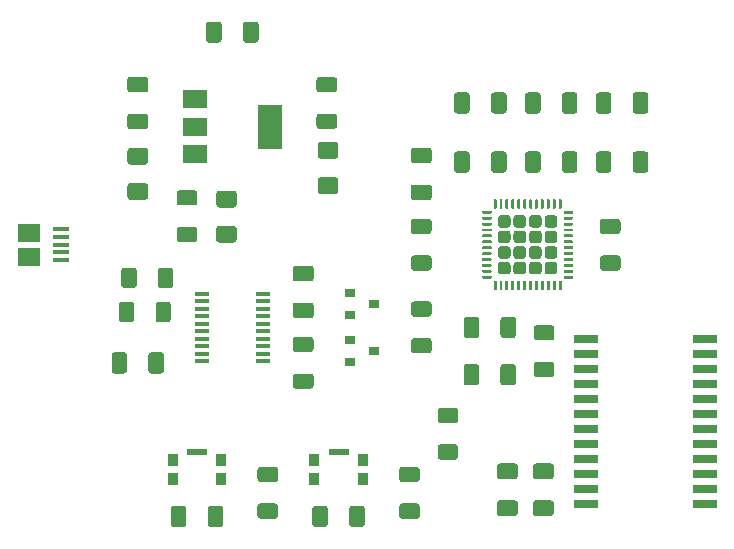
<source format=gbr>
%TF.GenerationSoftware,KiCad,Pcbnew,(5.1.9)-1*%
%TF.CreationDate,2021-03-29T12:12:37-04:00*%
%TF.ProjectId,EEG,4545472e-6b69-4636-9164-5f7063625858,rev?*%
%TF.SameCoordinates,Original*%
%TF.FileFunction,Paste,Top*%
%TF.FilePolarity,Positive*%
%FSLAX46Y46*%
G04 Gerber Fmt 4.6, Leading zero omitted, Abs format (unit mm)*
G04 Created by KiCad (PCBNEW (5.1.9)-1) date 2021-03-29 12:12:37*
%MOMM*%
%LPD*%
G01*
G04 APERTURE LIST*
%ADD10R,1.900000X1.500000*%
%ADD11R,1.350000X0.400000*%
%ADD12R,0.900000X0.800000*%
%ADD13R,1.700000X0.550000*%
%ADD14R,0.900000X1.000000*%
%ADD15R,2.000000X3.800000*%
%ADD16R,2.000000X1.500000*%
%ADD17R,1.200000X0.400000*%
%ADD18R,2.032000X0.660400*%
G04 APERTURE END LIST*
D10*
%TO.C,J1*%
X104762500Y-91000000D03*
D11*
X107462500Y-89350000D03*
X107462500Y-88700000D03*
X107462500Y-91300000D03*
X107462500Y-90650000D03*
X107462500Y-90000000D03*
D10*
X104762500Y-89000000D03*
%TD*%
%TO.C,C4*%
G36*
G01*
X116775000Y-113650001D02*
X116775000Y-112349999D01*
G75*
G02*
X117024999Y-112100000I249999J0D01*
G01*
X117850001Y-112100000D01*
G75*
G02*
X118100000Y-112349999I0J-249999D01*
G01*
X118100000Y-113650001D01*
G75*
G02*
X117850001Y-113900000I-249999J0D01*
G01*
X117024999Y-113900000D01*
G75*
G02*
X116775000Y-113650001I0J249999D01*
G01*
G37*
G36*
G01*
X119900000Y-113650001D02*
X119900000Y-112349999D01*
G75*
G02*
X120149999Y-112100000I249999J0D01*
G01*
X120975001Y-112100000D01*
G75*
G02*
X121225000Y-112349999I0J-249999D01*
G01*
X121225000Y-113650001D01*
G75*
G02*
X120975001Y-113900000I-249999J0D01*
G01*
X120149999Y-113900000D01*
G75*
G02*
X119900000Y-113650001I0J249999D01*
G01*
G37*
%TD*%
%TO.C,C7*%
G36*
G01*
X138650001Y-86225000D02*
X137349999Y-86225000D01*
G75*
G02*
X137100000Y-85975001I0J249999D01*
G01*
X137100000Y-85149999D01*
G75*
G02*
X137349999Y-84900000I249999J0D01*
G01*
X138650001Y-84900000D01*
G75*
G02*
X138900000Y-85149999I0J-249999D01*
G01*
X138900000Y-85975001D01*
G75*
G02*
X138650001Y-86225000I-249999J0D01*
G01*
G37*
G36*
G01*
X138650001Y-83100000D02*
X137349999Y-83100000D01*
G75*
G02*
X137100000Y-82850001I0J249999D01*
G01*
X137100000Y-82024999D01*
G75*
G02*
X137349999Y-81775000I249999J0D01*
G01*
X138650001Y-81775000D01*
G75*
G02*
X138900000Y-82024999I0J-249999D01*
G01*
X138900000Y-82850001D01*
G75*
G02*
X138650001Y-83100000I-249999J0D01*
G01*
G37*
%TD*%
%TO.C,C2*%
G36*
G01*
X114650001Y-77100000D02*
X113349999Y-77100000D01*
G75*
G02*
X113100000Y-76850001I0J249999D01*
G01*
X113100000Y-76024999D01*
G75*
G02*
X113349999Y-75775000I249999J0D01*
G01*
X114650001Y-75775000D01*
G75*
G02*
X114900000Y-76024999I0J-249999D01*
G01*
X114900000Y-76850001D01*
G75*
G02*
X114650001Y-77100000I-249999J0D01*
G01*
G37*
G36*
G01*
X114650001Y-80225000D02*
X113349999Y-80225000D01*
G75*
G02*
X113100000Y-79975001I0J249999D01*
G01*
X113100000Y-79149999D01*
G75*
G02*
X113349999Y-78900000I249999J0D01*
G01*
X114650001Y-78900000D01*
G75*
G02*
X114900000Y-79149999I0J-249999D01*
G01*
X114900000Y-79975001D01*
G75*
G02*
X114650001Y-80225000I-249999J0D01*
G01*
G37*
%TD*%
%TO.C,C3*%
G36*
G01*
X121100000Y-71349999D02*
X121100000Y-72650001D01*
G75*
G02*
X120850001Y-72900000I-249999J0D01*
G01*
X120024999Y-72900000D01*
G75*
G02*
X119775000Y-72650001I0J249999D01*
G01*
X119775000Y-71349999D01*
G75*
G02*
X120024999Y-71100000I249999J0D01*
G01*
X120850001Y-71100000D01*
G75*
G02*
X121100000Y-71349999I0J-249999D01*
G01*
G37*
G36*
G01*
X124225000Y-71349999D02*
X124225000Y-72650001D01*
G75*
G02*
X123975001Y-72900000I-249999J0D01*
G01*
X123149999Y-72900000D01*
G75*
G02*
X122900000Y-72650001I0J249999D01*
G01*
X122900000Y-71349999D01*
G75*
G02*
X123149999Y-71100000I249999J0D01*
G01*
X123975001Y-71100000D01*
G75*
G02*
X124225000Y-71349999I0J-249999D01*
G01*
G37*
%TD*%
%TO.C,C1*%
G36*
G01*
X114900000Y-100650001D02*
X114900000Y-99349999D01*
G75*
G02*
X115149999Y-99100000I249999J0D01*
G01*
X115975001Y-99100000D01*
G75*
G02*
X116225000Y-99349999I0J-249999D01*
G01*
X116225000Y-100650001D01*
G75*
G02*
X115975001Y-100900000I-249999J0D01*
G01*
X115149999Y-100900000D01*
G75*
G02*
X114900000Y-100650001I0J249999D01*
G01*
G37*
G36*
G01*
X111775000Y-100650001D02*
X111775000Y-99349999D01*
G75*
G02*
X112024999Y-99100000I249999J0D01*
G01*
X112850001Y-99100000D01*
G75*
G02*
X113100000Y-99349999I0J-249999D01*
G01*
X113100000Y-100650001D01*
G75*
G02*
X112850001Y-100900000I-249999J0D01*
G01*
X112024999Y-100900000D01*
G75*
G02*
X111775000Y-100650001I0J249999D01*
G01*
G37*
%TD*%
%TO.C,C5*%
G36*
G01*
X128775000Y-113650001D02*
X128775000Y-112349999D01*
G75*
G02*
X129024999Y-112100000I249999J0D01*
G01*
X129850001Y-112100000D01*
G75*
G02*
X130100000Y-112349999I0J-249999D01*
G01*
X130100000Y-113650001D01*
G75*
G02*
X129850001Y-113900000I-249999J0D01*
G01*
X129024999Y-113900000D01*
G75*
G02*
X128775000Y-113650001I0J249999D01*
G01*
G37*
G36*
G01*
X131900000Y-113650001D02*
X131900000Y-112349999D01*
G75*
G02*
X132149999Y-112100000I249999J0D01*
G01*
X132975001Y-112100000D01*
G75*
G02*
X133225000Y-112349999I0J-249999D01*
G01*
X133225000Y-113650001D01*
G75*
G02*
X132975001Y-113900000I-249999J0D01*
G01*
X132149999Y-113900000D01*
G75*
G02*
X131900000Y-113650001I0J249999D01*
G01*
G37*
%TD*%
%TO.C,C6*%
G36*
G01*
X128650001Y-93100000D02*
X127349999Y-93100000D01*
G75*
G02*
X127100000Y-92850001I0J249999D01*
G01*
X127100000Y-92024999D01*
G75*
G02*
X127349999Y-91775000I249999J0D01*
G01*
X128650001Y-91775000D01*
G75*
G02*
X128900000Y-92024999I0J-249999D01*
G01*
X128900000Y-92850001D01*
G75*
G02*
X128650001Y-93100000I-249999J0D01*
G01*
G37*
G36*
G01*
X128650001Y-96225000D02*
X127349999Y-96225000D01*
G75*
G02*
X127100000Y-95975001I0J249999D01*
G01*
X127100000Y-95149999D01*
G75*
G02*
X127349999Y-94900000I249999J0D01*
G01*
X128650001Y-94900000D01*
G75*
G02*
X128900000Y-95149999I0J-249999D01*
G01*
X128900000Y-95975001D01*
G75*
G02*
X128650001Y-96225000I-249999J0D01*
G01*
G37*
%TD*%
%TO.C,C9*%
G36*
G01*
X147685999Y-111644000D02*
X148986001Y-111644000D01*
G75*
G02*
X149236000Y-111893999I0J-249999D01*
G01*
X149236000Y-112719001D01*
G75*
G02*
X148986001Y-112969000I-249999J0D01*
G01*
X147685999Y-112969000D01*
G75*
G02*
X147436000Y-112719001I0J249999D01*
G01*
X147436000Y-111893999D01*
G75*
G02*
X147685999Y-111644000I249999J0D01*
G01*
G37*
G36*
G01*
X147685999Y-108519000D02*
X148986001Y-108519000D01*
G75*
G02*
X149236000Y-108768999I0J-249999D01*
G01*
X149236000Y-109594001D01*
G75*
G02*
X148986001Y-109844000I-249999J0D01*
G01*
X147685999Y-109844000D01*
G75*
G02*
X147436000Y-109594001I0J249999D01*
G01*
X147436000Y-108768999D01*
G75*
G02*
X147685999Y-108519000I249999J0D01*
G01*
G37*
%TD*%
%TO.C,C11*%
G36*
G01*
X146025000Y-96349999D02*
X146025000Y-97650001D01*
G75*
G02*
X145775001Y-97900000I-249999J0D01*
G01*
X144949999Y-97900000D01*
G75*
G02*
X144700000Y-97650001I0J249999D01*
G01*
X144700000Y-96349999D01*
G75*
G02*
X144949999Y-96100000I249999J0D01*
G01*
X145775001Y-96100000D01*
G75*
G02*
X146025000Y-96349999I0J-249999D01*
G01*
G37*
G36*
G01*
X142900000Y-96349999D02*
X142900000Y-97650001D01*
G75*
G02*
X142650001Y-97900000I-249999J0D01*
G01*
X141824999Y-97900000D01*
G75*
G02*
X141575000Y-97650001I0J249999D01*
G01*
X141575000Y-96349999D01*
G75*
G02*
X141824999Y-96100000I249999J0D01*
G01*
X142650001Y-96100000D01*
G75*
G02*
X142900000Y-96349999I0J-249999D01*
G01*
G37*
%TD*%
%TO.C,C14*%
G36*
G01*
X152775000Y-78650001D02*
X152775000Y-77349999D01*
G75*
G02*
X153024999Y-77100000I249999J0D01*
G01*
X153850001Y-77100000D01*
G75*
G02*
X154100000Y-77349999I0J-249999D01*
G01*
X154100000Y-78650001D01*
G75*
G02*
X153850001Y-78900000I-249999J0D01*
G01*
X153024999Y-78900000D01*
G75*
G02*
X152775000Y-78650001I0J249999D01*
G01*
G37*
G36*
G01*
X155900000Y-78650001D02*
X155900000Y-77349999D01*
G75*
G02*
X156149999Y-77100000I249999J0D01*
G01*
X156975001Y-77100000D01*
G75*
G02*
X157225000Y-77349999I0J-249999D01*
G01*
X157225000Y-78650001D01*
G75*
G02*
X156975001Y-78900000I-249999J0D01*
G01*
X156149999Y-78900000D01*
G75*
G02*
X155900000Y-78650001I0J249999D01*
G01*
G37*
%TD*%
%TO.C,C15*%
G36*
G01*
X149900000Y-78650001D02*
X149900000Y-77349999D01*
G75*
G02*
X150149999Y-77100000I249999J0D01*
G01*
X150975001Y-77100000D01*
G75*
G02*
X151225000Y-77349999I0J-249999D01*
G01*
X151225000Y-78650001D01*
G75*
G02*
X150975001Y-78900000I-249999J0D01*
G01*
X150149999Y-78900000D01*
G75*
G02*
X149900000Y-78650001I0J249999D01*
G01*
G37*
G36*
G01*
X146775000Y-78650001D02*
X146775000Y-77349999D01*
G75*
G02*
X147024999Y-77100000I249999J0D01*
G01*
X147850001Y-77100000D01*
G75*
G02*
X148100000Y-77349999I0J-249999D01*
G01*
X148100000Y-78650001D01*
G75*
G02*
X147850001Y-78900000I-249999J0D01*
G01*
X147024999Y-78900000D01*
G75*
G02*
X146775000Y-78650001I0J249999D01*
G01*
G37*
%TD*%
%TO.C,C16*%
G36*
G01*
X140775000Y-78650001D02*
X140775000Y-77349999D01*
G75*
G02*
X141024999Y-77100000I249999J0D01*
G01*
X141850001Y-77100000D01*
G75*
G02*
X142100000Y-77349999I0J-249999D01*
G01*
X142100000Y-78650001D01*
G75*
G02*
X141850001Y-78900000I-249999J0D01*
G01*
X141024999Y-78900000D01*
G75*
G02*
X140775000Y-78650001I0J249999D01*
G01*
G37*
G36*
G01*
X143900000Y-78650001D02*
X143900000Y-77349999D01*
G75*
G02*
X144149999Y-77100000I249999J0D01*
G01*
X144975001Y-77100000D01*
G75*
G02*
X145225000Y-77349999I0J-249999D01*
G01*
X145225000Y-78650001D01*
G75*
G02*
X144975001Y-78900000I-249999J0D01*
G01*
X144149999Y-78900000D01*
G75*
G02*
X143900000Y-78650001I0J249999D01*
G01*
G37*
%TD*%
%TO.C,C13*%
G36*
G01*
X146775000Y-83650001D02*
X146775000Y-82349999D01*
G75*
G02*
X147024999Y-82100000I249999J0D01*
G01*
X147850001Y-82100000D01*
G75*
G02*
X148100000Y-82349999I0J-249999D01*
G01*
X148100000Y-83650001D01*
G75*
G02*
X147850001Y-83900000I-249999J0D01*
G01*
X147024999Y-83900000D01*
G75*
G02*
X146775000Y-83650001I0J249999D01*
G01*
G37*
G36*
G01*
X149900000Y-83650001D02*
X149900000Y-82349999D01*
G75*
G02*
X150149999Y-82100000I249999J0D01*
G01*
X150975001Y-82100000D01*
G75*
G02*
X151225000Y-82349999I0J-249999D01*
G01*
X151225000Y-83650001D01*
G75*
G02*
X150975001Y-83900000I-249999J0D01*
G01*
X150149999Y-83900000D01*
G75*
G02*
X149900000Y-83650001I0J249999D01*
G01*
G37*
%TD*%
%TO.C,C17*%
G36*
G01*
X142900000Y-100349999D02*
X142900000Y-101650001D01*
G75*
G02*
X142650001Y-101900000I-249999J0D01*
G01*
X141824999Y-101900000D01*
G75*
G02*
X141575000Y-101650001I0J249999D01*
G01*
X141575000Y-100349999D01*
G75*
G02*
X141824999Y-100100000I249999J0D01*
G01*
X142650001Y-100100000D01*
G75*
G02*
X142900000Y-100349999I0J-249999D01*
G01*
G37*
G36*
G01*
X146025000Y-100349999D02*
X146025000Y-101650001D01*
G75*
G02*
X145775001Y-101900000I-249999J0D01*
G01*
X144949999Y-101900000D01*
G75*
G02*
X144700000Y-101650001I0J249999D01*
G01*
X144700000Y-100349999D01*
G75*
G02*
X144949999Y-100100000I249999J0D01*
G01*
X145775001Y-100100000D01*
G75*
G02*
X146025000Y-100349999I0J-249999D01*
G01*
G37*
%TD*%
%TO.C,C12*%
G36*
G01*
X155900000Y-83650001D02*
X155900000Y-82349999D01*
G75*
G02*
X156149999Y-82100000I249999J0D01*
G01*
X156975001Y-82100000D01*
G75*
G02*
X157225000Y-82349999I0J-249999D01*
G01*
X157225000Y-83650001D01*
G75*
G02*
X156975001Y-83900000I-249999J0D01*
G01*
X156149999Y-83900000D01*
G75*
G02*
X155900000Y-83650001I0J249999D01*
G01*
G37*
G36*
G01*
X152775000Y-83650001D02*
X152775000Y-82349999D01*
G75*
G02*
X153024999Y-82100000I249999J0D01*
G01*
X153850001Y-82100000D01*
G75*
G02*
X154100000Y-82349999I0J-249999D01*
G01*
X154100000Y-83650001D01*
G75*
G02*
X153850001Y-83900000I-249999J0D01*
G01*
X153024999Y-83900000D01*
G75*
G02*
X152775000Y-83650001I0J249999D01*
G01*
G37*
%TD*%
%TO.C,D1*%
G36*
G01*
X113375000Y-81800000D02*
X114625000Y-81800000D01*
G75*
G02*
X114875000Y-82050000I0J-250000D01*
G01*
X114875000Y-82975000D01*
G75*
G02*
X114625000Y-83225000I-250000J0D01*
G01*
X113375000Y-83225000D01*
G75*
G02*
X113125000Y-82975000I0J250000D01*
G01*
X113125000Y-82050000D01*
G75*
G02*
X113375000Y-81800000I250000J0D01*
G01*
G37*
G36*
G01*
X113375000Y-84775000D02*
X114625000Y-84775000D01*
G75*
G02*
X114875000Y-85025000I0J-250000D01*
G01*
X114875000Y-85950000D01*
G75*
G02*
X114625000Y-86200000I-250000J0D01*
G01*
X113375000Y-86200000D01*
G75*
G02*
X113125000Y-85950000I0J250000D01*
G01*
X113125000Y-85025000D01*
G75*
G02*
X113375000Y-84775000I250000J0D01*
G01*
G37*
%TD*%
%TO.C,Power*%
G36*
G01*
X129475000Y-81300000D02*
X130725000Y-81300000D01*
G75*
G02*
X130975000Y-81550000I0J-250000D01*
G01*
X130975000Y-82475000D01*
G75*
G02*
X130725000Y-82725000I-250000J0D01*
G01*
X129475000Y-82725000D01*
G75*
G02*
X129225000Y-82475000I0J250000D01*
G01*
X129225000Y-81550000D01*
G75*
G02*
X129475000Y-81300000I250000J0D01*
G01*
G37*
G36*
G01*
X129475000Y-84275000D02*
X130725000Y-84275000D01*
G75*
G02*
X130975000Y-84525000I0J-250000D01*
G01*
X130975000Y-85450000D01*
G75*
G02*
X130725000Y-85700000I-250000J0D01*
G01*
X129475000Y-85700000D01*
G75*
G02*
X129225000Y-85450000I0J250000D01*
G01*
X129225000Y-84525000D01*
G75*
G02*
X129475000Y-84275000I250000J0D01*
G01*
G37*
%TD*%
%TO.C,C10*%
G36*
G01*
X140775000Y-83650001D02*
X140775000Y-82349999D01*
G75*
G02*
X141024999Y-82100000I249999J0D01*
G01*
X141850001Y-82100000D01*
G75*
G02*
X142100000Y-82349999I0J-249999D01*
G01*
X142100000Y-83650001D01*
G75*
G02*
X141850001Y-83900000I-249999J0D01*
G01*
X141024999Y-83900000D01*
G75*
G02*
X140775000Y-83650001I0J249999D01*
G01*
G37*
G36*
G01*
X143900000Y-83650001D02*
X143900000Y-82349999D01*
G75*
G02*
X144149999Y-82100000I249999J0D01*
G01*
X144975001Y-82100000D01*
G75*
G02*
X145225000Y-82349999I0J-249999D01*
G01*
X145225000Y-83650001D01*
G75*
G02*
X144975001Y-83900000I-249999J0D01*
G01*
X144149999Y-83900000D01*
G75*
G02*
X143900000Y-83650001I0J249999D01*
G01*
G37*
%TD*%
%TO.C,C8*%
G36*
G01*
X144637999Y-108519000D02*
X145938001Y-108519000D01*
G75*
G02*
X146188000Y-108768999I0J-249999D01*
G01*
X146188000Y-109594001D01*
G75*
G02*
X145938001Y-109844000I-249999J0D01*
G01*
X144637999Y-109844000D01*
G75*
G02*
X144388000Y-109594001I0J249999D01*
G01*
X144388000Y-108768999D01*
G75*
G02*
X144637999Y-108519000I249999J0D01*
G01*
G37*
G36*
G01*
X144637999Y-111644000D02*
X145938001Y-111644000D01*
G75*
G02*
X146188000Y-111893999I0J-249999D01*
G01*
X146188000Y-112719001D01*
G75*
G02*
X145938001Y-112969000I-249999J0D01*
G01*
X144637999Y-112969000D01*
G75*
G02*
X144388000Y-112719001I0J249999D01*
G01*
X144388000Y-111893999D01*
G75*
G02*
X144637999Y-111644000I249999J0D01*
G01*
G37*
%TD*%
%TO.C,R2*%
G36*
G01*
X136375000Y-108800000D02*
X137625000Y-108800000D01*
G75*
G02*
X137875000Y-109050000I0J-250000D01*
G01*
X137875000Y-109850000D01*
G75*
G02*
X137625000Y-110100000I-250000J0D01*
G01*
X136375000Y-110100000D01*
G75*
G02*
X136125000Y-109850000I0J250000D01*
G01*
X136125000Y-109050000D01*
G75*
G02*
X136375000Y-108800000I250000J0D01*
G01*
G37*
G36*
G01*
X136375000Y-111900000D02*
X137625000Y-111900000D01*
G75*
G02*
X137875000Y-112150000I0J-250000D01*
G01*
X137875000Y-112950000D01*
G75*
G02*
X137625000Y-113200000I-250000J0D01*
G01*
X136375000Y-113200000D01*
G75*
G02*
X136125000Y-112950000I0J250000D01*
G01*
X136125000Y-112150000D01*
G75*
G02*
X136375000Y-111900000I250000J0D01*
G01*
G37*
%TD*%
%TO.C,R5*%
G36*
G01*
X113900000Y-92175000D02*
X113900000Y-93425000D01*
G75*
G02*
X113650000Y-93675000I-250000J0D01*
G01*
X112850000Y-93675000D01*
G75*
G02*
X112600000Y-93425000I0J250000D01*
G01*
X112600000Y-92175000D01*
G75*
G02*
X112850000Y-91925000I250000J0D01*
G01*
X113650000Y-91925000D01*
G75*
G02*
X113900000Y-92175000I0J-250000D01*
G01*
G37*
G36*
G01*
X117000000Y-92175000D02*
X117000000Y-93425000D01*
G75*
G02*
X116750000Y-93675000I-250000J0D01*
G01*
X115950000Y-93675000D01*
G75*
G02*
X115700000Y-93425000I0J250000D01*
G01*
X115700000Y-92175000D01*
G75*
G02*
X115950000Y-91925000I250000J0D01*
G01*
X116750000Y-91925000D01*
G75*
G02*
X117000000Y-92175000I0J-250000D01*
G01*
G37*
%TD*%
D12*
%TO.C,Q2*%
X134000000Y-95000000D03*
X132000000Y-95950000D03*
X132000000Y-94050000D03*
%TD*%
D13*
%TO.C,SW2*%
X131000000Y-107575000D03*
D14*
X128950000Y-108200000D03*
X128950000Y-109800000D03*
X133050000Y-108200000D03*
X133050000Y-109800000D03*
%TD*%
%TO.C,R7*%
G36*
G01*
X127375000Y-97800000D02*
X128625000Y-97800000D01*
G75*
G02*
X128875000Y-98050000I0J-250000D01*
G01*
X128875000Y-98850000D01*
G75*
G02*
X128625000Y-99100000I-250000J0D01*
G01*
X127375000Y-99100000D01*
G75*
G02*
X127125000Y-98850000I0J250000D01*
G01*
X127125000Y-98050000D01*
G75*
G02*
X127375000Y-97800000I250000J0D01*
G01*
G37*
G36*
G01*
X127375000Y-100900000D02*
X128625000Y-100900000D01*
G75*
G02*
X128875000Y-101150000I0J-250000D01*
G01*
X128875000Y-101950000D01*
G75*
G02*
X128625000Y-102200000I-250000J0D01*
G01*
X127375000Y-102200000D01*
G75*
G02*
X127125000Y-101950000I0J250000D01*
G01*
X127125000Y-101150000D01*
G75*
G02*
X127375000Y-100900000I250000J0D01*
G01*
G37*
%TD*%
%TO.C,R8*%
G36*
G01*
X137375000Y-87800000D02*
X138625000Y-87800000D01*
G75*
G02*
X138875000Y-88050000I0J-250000D01*
G01*
X138875000Y-88850000D01*
G75*
G02*
X138625000Y-89100000I-250000J0D01*
G01*
X137375000Y-89100000D01*
G75*
G02*
X137125000Y-88850000I0J250000D01*
G01*
X137125000Y-88050000D01*
G75*
G02*
X137375000Y-87800000I250000J0D01*
G01*
G37*
G36*
G01*
X137375000Y-90900000D02*
X138625000Y-90900000D01*
G75*
G02*
X138875000Y-91150000I0J-250000D01*
G01*
X138875000Y-91950000D01*
G75*
G02*
X138625000Y-92200000I-250000J0D01*
G01*
X137375000Y-92200000D01*
G75*
G02*
X137125000Y-91950000I0J250000D01*
G01*
X137125000Y-91150000D01*
G75*
G02*
X137375000Y-90900000I250000J0D01*
G01*
G37*
%TD*%
%TO.C,R9*%
G36*
G01*
X147775000Y-99900000D02*
X149025000Y-99900000D01*
G75*
G02*
X149275000Y-100150000I0J-250000D01*
G01*
X149275000Y-100950000D01*
G75*
G02*
X149025000Y-101200000I-250000J0D01*
G01*
X147775000Y-101200000D01*
G75*
G02*
X147525000Y-100950000I0J250000D01*
G01*
X147525000Y-100150000D01*
G75*
G02*
X147775000Y-99900000I250000J0D01*
G01*
G37*
G36*
G01*
X147775000Y-96800000D02*
X149025000Y-96800000D01*
G75*
G02*
X149275000Y-97050000I0J-250000D01*
G01*
X149275000Y-97850000D01*
G75*
G02*
X149025000Y-98100000I-250000J0D01*
G01*
X147775000Y-98100000D01*
G75*
G02*
X147525000Y-97850000I0J250000D01*
G01*
X147525000Y-97050000D01*
G75*
G02*
X147775000Y-96800000I250000J0D01*
G01*
G37*
%TD*%
%TO.C,R11*%
G36*
G01*
X153375000Y-87800000D02*
X154625000Y-87800000D01*
G75*
G02*
X154875000Y-88050000I0J-250000D01*
G01*
X154875000Y-88850000D01*
G75*
G02*
X154625000Y-89100000I-250000J0D01*
G01*
X153375000Y-89100000D01*
G75*
G02*
X153125000Y-88850000I0J250000D01*
G01*
X153125000Y-88050000D01*
G75*
G02*
X153375000Y-87800000I250000J0D01*
G01*
G37*
G36*
G01*
X153375000Y-90900000D02*
X154625000Y-90900000D01*
G75*
G02*
X154875000Y-91150000I0J-250000D01*
G01*
X154875000Y-91950000D01*
G75*
G02*
X154625000Y-92200000I-250000J0D01*
G01*
X153375000Y-92200000D01*
G75*
G02*
X153125000Y-91950000I0J250000D01*
G01*
X153125000Y-91150000D01*
G75*
G02*
X153375000Y-90900000I250000J0D01*
G01*
G37*
%TD*%
%TO.C,R6*%
G36*
G01*
X116800000Y-95075000D02*
X116800000Y-96325000D01*
G75*
G02*
X116550000Y-96575000I-250000J0D01*
G01*
X115750000Y-96575000D01*
G75*
G02*
X115500000Y-96325000I0J250000D01*
G01*
X115500000Y-95075000D01*
G75*
G02*
X115750000Y-94825000I250000J0D01*
G01*
X116550000Y-94825000D01*
G75*
G02*
X116800000Y-95075000I0J-250000D01*
G01*
G37*
G36*
G01*
X113700000Y-95075000D02*
X113700000Y-96325000D01*
G75*
G02*
X113450000Y-96575000I-250000J0D01*
G01*
X112650000Y-96575000D01*
G75*
G02*
X112400000Y-96325000I0J250000D01*
G01*
X112400000Y-95075000D01*
G75*
G02*
X112650000Y-94825000I250000J0D01*
G01*
X113450000Y-94825000D01*
G75*
G02*
X113700000Y-95075000I0J-250000D01*
G01*
G37*
%TD*%
%TO.C,R10*%
G36*
G01*
X139625000Y-103800000D02*
X140875000Y-103800000D01*
G75*
G02*
X141125000Y-104050000I0J-250000D01*
G01*
X141125000Y-104850000D01*
G75*
G02*
X140875000Y-105100000I-250000J0D01*
G01*
X139625000Y-105100000D01*
G75*
G02*
X139375000Y-104850000I0J250000D01*
G01*
X139375000Y-104050000D01*
G75*
G02*
X139625000Y-103800000I250000J0D01*
G01*
G37*
G36*
G01*
X139625000Y-106900000D02*
X140875000Y-106900000D01*
G75*
G02*
X141125000Y-107150000I0J-250000D01*
G01*
X141125000Y-107950000D01*
G75*
G02*
X140875000Y-108200000I-250000J0D01*
G01*
X139625000Y-108200000D01*
G75*
G02*
X139375000Y-107950000I0J250000D01*
G01*
X139375000Y-107150000D01*
G75*
G02*
X139625000Y-106900000I250000J0D01*
G01*
G37*
%TD*%
%TO.C,R1*%
G36*
G01*
X124375000Y-111900000D02*
X125625000Y-111900000D01*
G75*
G02*
X125875000Y-112150000I0J-250000D01*
G01*
X125875000Y-112950000D01*
G75*
G02*
X125625000Y-113200000I-250000J0D01*
G01*
X124375000Y-113200000D01*
G75*
G02*
X124125000Y-112950000I0J250000D01*
G01*
X124125000Y-112150000D01*
G75*
G02*
X124375000Y-111900000I250000J0D01*
G01*
G37*
G36*
G01*
X124375000Y-108800000D02*
X125625000Y-108800000D01*
G75*
G02*
X125875000Y-109050000I0J-250000D01*
G01*
X125875000Y-109850000D01*
G75*
G02*
X125625000Y-110100000I-250000J0D01*
G01*
X124375000Y-110100000D01*
G75*
G02*
X124125000Y-109850000I0J250000D01*
G01*
X124125000Y-109050000D01*
G75*
G02*
X124375000Y-108800000I250000J0D01*
G01*
G37*
%TD*%
%TO.C,R3*%
G36*
G01*
X138625000Y-96100000D02*
X137375000Y-96100000D01*
G75*
G02*
X137125000Y-95850000I0J250000D01*
G01*
X137125000Y-95050000D01*
G75*
G02*
X137375000Y-94800000I250000J0D01*
G01*
X138625000Y-94800000D01*
G75*
G02*
X138875000Y-95050000I0J-250000D01*
G01*
X138875000Y-95850000D01*
G75*
G02*
X138625000Y-96100000I-250000J0D01*
G01*
G37*
G36*
G01*
X138625000Y-99200000D02*
X137375000Y-99200000D01*
G75*
G02*
X137125000Y-98950000I0J250000D01*
G01*
X137125000Y-98150000D01*
G75*
G02*
X137375000Y-97900000I250000J0D01*
G01*
X138625000Y-97900000D01*
G75*
G02*
X138875000Y-98150000I0J-250000D01*
G01*
X138875000Y-98950000D01*
G75*
G02*
X138625000Y-99200000I-250000J0D01*
G01*
G37*
%TD*%
%TO.C,R4*%
G36*
G01*
X130625000Y-77100000D02*
X129375000Y-77100000D01*
G75*
G02*
X129125000Y-76850000I0J250000D01*
G01*
X129125000Y-76050000D01*
G75*
G02*
X129375000Y-75800000I250000J0D01*
G01*
X130625000Y-75800000D01*
G75*
G02*
X130875000Y-76050000I0J-250000D01*
G01*
X130875000Y-76850000D01*
G75*
G02*
X130625000Y-77100000I-250000J0D01*
G01*
G37*
G36*
G01*
X130625000Y-80200000D02*
X129375000Y-80200000D01*
G75*
G02*
X129125000Y-79950000I0J250000D01*
G01*
X129125000Y-79150000D01*
G75*
G02*
X129375000Y-78900000I250000J0D01*
G01*
X130625000Y-78900000D01*
G75*
G02*
X130875000Y-79150000I0J-250000D01*
G01*
X130875000Y-79950000D01*
G75*
G02*
X130625000Y-80200000I-250000J0D01*
G01*
G37*
%TD*%
%TO.C,SW1*%
X121050000Y-109800000D03*
X121050000Y-108200000D03*
X116950000Y-109800000D03*
X116950000Y-108200000D03*
D13*
X119000000Y-107575000D03*
%TD*%
D15*
%TO.C,U1*%
X125150000Y-80000000D03*
D16*
X118850000Y-80000000D03*
X118850000Y-82300000D03*
X118850000Y-77700000D03*
%TD*%
D17*
%TO.C,U2*%
X124600000Y-99857500D03*
X124600000Y-99222500D03*
X124600000Y-98587500D03*
X124600000Y-97952500D03*
X124600000Y-97317500D03*
X124600000Y-96682500D03*
X124600000Y-96047500D03*
X124600000Y-95412500D03*
X124600000Y-94777500D03*
X124600000Y-94142500D03*
X119400000Y-94142500D03*
X119400000Y-94777500D03*
X119400000Y-95412500D03*
X119400000Y-96047500D03*
X119400000Y-96682500D03*
X119400000Y-97317500D03*
X119400000Y-97952500D03*
X119400000Y-98587500D03*
X119400000Y-99222500D03*
X119400000Y-99857500D03*
%TD*%
D12*
%TO.C,Q1*%
X132000000Y-98050000D03*
X132000000Y-99950000D03*
X134000000Y-99000000D03*
%TD*%
%TO.C,U3*%
G36*
G01*
X143150000Y-87312500D02*
X143150000Y-87187500D01*
G75*
G02*
X143212500Y-87125000I62500J0D01*
G01*
X143887500Y-87125000D01*
G75*
G02*
X143950000Y-87187500I0J-62500D01*
G01*
X143950000Y-87312500D01*
G75*
G02*
X143887500Y-87375000I-62500J0D01*
G01*
X143212500Y-87375000D01*
G75*
G02*
X143150000Y-87312500I0J62500D01*
G01*
G37*
G36*
G01*
X143150000Y-87812500D02*
X143150000Y-87687500D01*
G75*
G02*
X143212500Y-87625000I62500J0D01*
G01*
X143887500Y-87625000D01*
G75*
G02*
X143950000Y-87687500I0J-62500D01*
G01*
X143950000Y-87812500D01*
G75*
G02*
X143887500Y-87875000I-62500J0D01*
G01*
X143212500Y-87875000D01*
G75*
G02*
X143150000Y-87812500I0J62500D01*
G01*
G37*
G36*
G01*
X143150000Y-88312500D02*
X143150000Y-88187500D01*
G75*
G02*
X143212500Y-88125000I62500J0D01*
G01*
X143887500Y-88125000D01*
G75*
G02*
X143950000Y-88187500I0J-62500D01*
G01*
X143950000Y-88312500D01*
G75*
G02*
X143887500Y-88375000I-62500J0D01*
G01*
X143212500Y-88375000D01*
G75*
G02*
X143150000Y-88312500I0J62500D01*
G01*
G37*
G36*
G01*
X143150000Y-88812500D02*
X143150000Y-88687500D01*
G75*
G02*
X143212500Y-88625000I62500J0D01*
G01*
X143887500Y-88625000D01*
G75*
G02*
X143950000Y-88687500I0J-62500D01*
G01*
X143950000Y-88812500D01*
G75*
G02*
X143887500Y-88875000I-62500J0D01*
G01*
X143212500Y-88875000D01*
G75*
G02*
X143150000Y-88812500I0J62500D01*
G01*
G37*
G36*
G01*
X143150000Y-89312500D02*
X143150000Y-89187500D01*
G75*
G02*
X143212500Y-89125000I62500J0D01*
G01*
X143887500Y-89125000D01*
G75*
G02*
X143950000Y-89187500I0J-62500D01*
G01*
X143950000Y-89312500D01*
G75*
G02*
X143887500Y-89375000I-62500J0D01*
G01*
X143212500Y-89375000D01*
G75*
G02*
X143150000Y-89312500I0J62500D01*
G01*
G37*
G36*
G01*
X143150000Y-89812500D02*
X143150000Y-89687500D01*
G75*
G02*
X143212500Y-89625000I62500J0D01*
G01*
X143887500Y-89625000D01*
G75*
G02*
X143950000Y-89687500I0J-62500D01*
G01*
X143950000Y-89812500D01*
G75*
G02*
X143887500Y-89875000I-62500J0D01*
G01*
X143212500Y-89875000D01*
G75*
G02*
X143150000Y-89812500I0J62500D01*
G01*
G37*
G36*
G01*
X143150000Y-90312500D02*
X143150000Y-90187500D01*
G75*
G02*
X143212500Y-90125000I62500J0D01*
G01*
X143887500Y-90125000D01*
G75*
G02*
X143950000Y-90187500I0J-62500D01*
G01*
X143950000Y-90312500D01*
G75*
G02*
X143887500Y-90375000I-62500J0D01*
G01*
X143212500Y-90375000D01*
G75*
G02*
X143150000Y-90312500I0J62500D01*
G01*
G37*
G36*
G01*
X143150000Y-90812500D02*
X143150000Y-90687500D01*
G75*
G02*
X143212500Y-90625000I62500J0D01*
G01*
X143887500Y-90625000D01*
G75*
G02*
X143950000Y-90687500I0J-62500D01*
G01*
X143950000Y-90812500D01*
G75*
G02*
X143887500Y-90875000I-62500J0D01*
G01*
X143212500Y-90875000D01*
G75*
G02*
X143150000Y-90812500I0J62500D01*
G01*
G37*
G36*
G01*
X143150000Y-91312500D02*
X143150000Y-91187500D01*
G75*
G02*
X143212500Y-91125000I62500J0D01*
G01*
X143887500Y-91125000D01*
G75*
G02*
X143950000Y-91187500I0J-62500D01*
G01*
X143950000Y-91312500D01*
G75*
G02*
X143887500Y-91375000I-62500J0D01*
G01*
X143212500Y-91375000D01*
G75*
G02*
X143150000Y-91312500I0J62500D01*
G01*
G37*
G36*
G01*
X143150000Y-91812500D02*
X143150000Y-91687500D01*
G75*
G02*
X143212500Y-91625000I62500J0D01*
G01*
X143887500Y-91625000D01*
G75*
G02*
X143950000Y-91687500I0J-62500D01*
G01*
X143950000Y-91812500D01*
G75*
G02*
X143887500Y-91875000I-62500J0D01*
G01*
X143212500Y-91875000D01*
G75*
G02*
X143150000Y-91812500I0J62500D01*
G01*
G37*
G36*
G01*
X143150000Y-92312500D02*
X143150000Y-92187500D01*
G75*
G02*
X143212500Y-92125000I62500J0D01*
G01*
X143887500Y-92125000D01*
G75*
G02*
X143950000Y-92187500I0J-62500D01*
G01*
X143950000Y-92312500D01*
G75*
G02*
X143887500Y-92375000I-62500J0D01*
G01*
X143212500Y-92375000D01*
G75*
G02*
X143150000Y-92312500I0J62500D01*
G01*
G37*
G36*
G01*
X143150000Y-92812500D02*
X143150000Y-92687500D01*
G75*
G02*
X143212500Y-92625000I62500J0D01*
G01*
X143887500Y-92625000D01*
G75*
G02*
X143950000Y-92687500I0J-62500D01*
G01*
X143950000Y-92812500D01*
G75*
G02*
X143887500Y-92875000I-62500J0D01*
G01*
X143212500Y-92875000D01*
G75*
G02*
X143150000Y-92812500I0J62500D01*
G01*
G37*
G36*
G01*
X144125000Y-93787500D02*
X144125000Y-93112500D01*
G75*
G02*
X144187500Y-93050000I62500J0D01*
G01*
X144312500Y-93050000D01*
G75*
G02*
X144375000Y-93112500I0J-62500D01*
G01*
X144375000Y-93787500D01*
G75*
G02*
X144312500Y-93850000I-62500J0D01*
G01*
X144187500Y-93850000D01*
G75*
G02*
X144125000Y-93787500I0J62500D01*
G01*
G37*
G36*
G01*
X144625000Y-93787500D02*
X144625000Y-93112500D01*
G75*
G02*
X144687500Y-93050000I62500J0D01*
G01*
X144812500Y-93050000D01*
G75*
G02*
X144875000Y-93112500I0J-62500D01*
G01*
X144875000Y-93787500D01*
G75*
G02*
X144812500Y-93850000I-62500J0D01*
G01*
X144687500Y-93850000D01*
G75*
G02*
X144625000Y-93787500I0J62500D01*
G01*
G37*
G36*
G01*
X145125000Y-93787500D02*
X145125000Y-93112500D01*
G75*
G02*
X145187500Y-93050000I62500J0D01*
G01*
X145312500Y-93050000D01*
G75*
G02*
X145375000Y-93112500I0J-62500D01*
G01*
X145375000Y-93787500D01*
G75*
G02*
X145312500Y-93850000I-62500J0D01*
G01*
X145187500Y-93850000D01*
G75*
G02*
X145125000Y-93787500I0J62500D01*
G01*
G37*
G36*
G01*
X145625000Y-93787500D02*
X145625000Y-93112500D01*
G75*
G02*
X145687500Y-93050000I62500J0D01*
G01*
X145812500Y-93050000D01*
G75*
G02*
X145875000Y-93112500I0J-62500D01*
G01*
X145875000Y-93787500D01*
G75*
G02*
X145812500Y-93850000I-62500J0D01*
G01*
X145687500Y-93850000D01*
G75*
G02*
X145625000Y-93787500I0J62500D01*
G01*
G37*
G36*
G01*
X146125000Y-93787500D02*
X146125000Y-93112500D01*
G75*
G02*
X146187500Y-93050000I62500J0D01*
G01*
X146312500Y-93050000D01*
G75*
G02*
X146375000Y-93112500I0J-62500D01*
G01*
X146375000Y-93787500D01*
G75*
G02*
X146312500Y-93850000I-62500J0D01*
G01*
X146187500Y-93850000D01*
G75*
G02*
X146125000Y-93787500I0J62500D01*
G01*
G37*
G36*
G01*
X146625000Y-93787500D02*
X146625000Y-93112500D01*
G75*
G02*
X146687500Y-93050000I62500J0D01*
G01*
X146812500Y-93050000D01*
G75*
G02*
X146875000Y-93112500I0J-62500D01*
G01*
X146875000Y-93787500D01*
G75*
G02*
X146812500Y-93850000I-62500J0D01*
G01*
X146687500Y-93850000D01*
G75*
G02*
X146625000Y-93787500I0J62500D01*
G01*
G37*
G36*
G01*
X147125000Y-93787500D02*
X147125000Y-93112500D01*
G75*
G02*
X147187500Y-93050000I62500J0D01*
G01*
X147312500Y-93050000D01*
G75*
G02*
X147375000Y-93112500I0J-62500D01*
G01*
X147375000Y-93787500D01*
G75*
G02*
X147312500Y-93850000I-62500J0D01*
G01*
X147187500Y-93850000D01*
G75*
G02*
X147125000Y-93787500I0J62500D01*
G01*
G37*
G36*
G01*
X147625000Y-93787500D02*
X147625000Y-93112500D01*
G75*
G02*
X147687500Y-93050000I62500J0D01*
G01*
X147812500Y-93050000D01*
G75*
G02*
X147875000Y-93112500I0J-62500D01*
G01*
X147875000Y-93787500D01*
G75*
G02*
X147812500Y-93850000I-62500J0D01*
G01*
X147687500Y-93850000D01*
G75*
G02*
X147625000Y-93787500I0J62500D01*
G01*
G37*
G36*
G01*
X148125000Y-93787500D02*
X148125000Y-93112500D01*
G75*
G02*
X148187500Y-93050000I62500J0D01*
G01*
X148312500Y-93050000D01*
G75*
G02*
X148375000Y-93112500I0J-62500D01*
G01*
X148375000Y-93787500D01*
G75*
G02*
X148312500Y-93850000I-62500J0D01*
G01*
X148187500Y-93850000D01*
G75*
G02*
X148125000Y-93787500I0J62500D01*
G01*
G37*
G36*
G01*
X148625000Y-93787500D02*
X148625000Y-93112500D01*
G75*
G02*
X148687500Y-93050000I62500J0D01*
G01*
X148812500Y-93050000D01*
G75*
G02*
X148875000Y-93112500I0J-62500D01*
G01*
X148875000Y-93787500D01*
G75*
G02*
X148812500Y-93850000I-62500J0D01*
G01*
X148687500Y-93850000D01*
G75*
G02*
X148625000Y-93787500I0J62500D01*
G01*
G37*
G36*
G01*
X149125000Y-93787500D02*
X149125000Y-93112500D01*
G75*
G02*
X149187500Y-93050000I62500J0D01*
G01*
X149312500Y-93050000D01*
G75*
G02*
X149375000Y-93112500I0J-62500D01*
G01*
X149375000Y-93787500D01*
G75*
G02*
X149312500Y-93850000I-62500J0D01*
G01*
X149187500Y-93850000D01*
G75*
G02*
X149125000Y-93787500I0J62500D01*
G01*
G37*
G36*
G01*
X149625000Y-93787500D02*
X149625000Y-93112500D01*
G75*
G02*
X149687500Y-93050000I62500J0D01*
G01*
X149812500Y-93050000D01*
G75*
G02*
X149875000Y-93112500I0J-62500D01*
G01*
X149875000Y-93787500D01*
G75*
G02*
X149812500Y-93850000I-62500J0D01*
G01*
X149687500Y-93850000D01*
G75*
G02*
X149625000Y-93787500I0J62500D01*
G01*
G37*
G36*
G01*
X150050000Y-92812500D02*
X150050000Y-92687500D01*
G75*
G02*
X150112500Y-92625000I62500J0D01*
G01*
X150787500Y-92625000D01*
G75*
G02*
X150850000Y-92687500I0J-62500D01*
G01*
X150850000Y-92812500D01*
G75*
G02*
X150787500Y-92875000I-62500J0D01*
G01*
X150112500Y-92875000D01*
G75*
G02*
X150050000Y-92812500I0J62500D01*
G01*
G37*
G36*
G01*
X150050000Y-92312500D02*
X150050000Y-92187500D01*
G75*
G02*
X150112500Y-92125000I62500J0D01*
G01*
X150787500Y-92125000D01*
G75*
G02*
X150850000Y-92187500I0J-62500D01*
G01*
X150850000Y-92312500D01*
G75*
G02*
X150787500Y-92375000I-62500J0D01*
G01*
X150112500Y-92375000D01*
G75*
G02*
X150050000Y-92312500I0J62500D01*
G01*
G37*
G36*
G01*
X150050000Y-91812500D02*
X150050000Y-91687500D01*
G75*
G02*
X150112500Y-91625000I62500J0D01*
G01*
X150787500Y-91625000D01*
G75*
G02*
X150850000Y-91687500I0J-62500D01*
G01*
X150850000Y-91812500D01*
G75*
G02*
X150787500Y-91875000I-62500J0D01*
G01*
X150112500Y-91875000D01*
G75*
G02*
X150050000Y-91812500I0J62500D01*
G01*
G37*
G36*
G01*
X150050000Y-91312500D02*
X150050000Y-91187500D01*
G75*
G02*
X150112500Y-91125000I62500J0D01*
G01*
X150787500Y-91125000D01*
G75*
G02*
X150850000Y-91187500I0J-62500D01*
G01*
X150850000Y-91312500D01*
G75*
G02*
X150787500Y-91375000I-62500J0D01*
G01*
X150112500Y-91375000D01*
G75*
G02*
X150050000Y-91312500I0J62500D01*
G01*
G37*
G36*
G01*
X150050000Y-90812500D02*
X150050000Y-90687500D01*
G75*
G02*
X150112500Y-90625000I62500J0D01*
G01*
X150787500Y-90625000D01*
G75*
G02*
X150850000Y-90687500I0J-62500D01*
G01*
X150850000Y-90812500D01*
G75*
G02*
X150787500Y-90875000I-62500J0D01*
G01*
X150112500Y-90875000D01*
G75*
G02*
X150050000Y-90812500I0J62500D01*
G01*
G37*
G36*
G01*
X150050000Y-90312500D02*
X150050000Y-90187500D01*
G75*
G02*
X150112500Y-90125000I62500J0D01*
G01*
X150787500Y-90125000D01*
G75*
G02*
X150850000Y-90187500I0J-62500D01*
G01*
X150850000Y-90312500D01*
G75*
G02*
X150787500Y-90375000I-62500J0D01*
G01*
X150112500Y-90375000D01*
G75*
G02*
X150050000Y-90312500I0J62500D01*
G01*
G37*
G36*
G01*
X150050000Y-89812500D02*
X150050000Y-89687500D01*
G75*
G02*
X150112500Y-89625000I62500J0D01*
G01*
X150787500Y-89625000D01*
G75*
G02*
X150850000Y-89687500I0J-62500D01*
G01*
X150850000Y-89812500D01*
G75*
G02*
X150787500Y-89875000I-62500J0D01*
G01*
X150112500Y-89875000D01*
G75*
G02*
X150050000Y-89812500I0J62500D01*
G01*
G37*
G36*
G01*
X150050000Y-89312500D02*
X150050000Y-89187500D01*
G75*
G02*
X150112500Y-89125000I62500J0D01*
G01*
X150787500Y-89125000D01*
G75*
G02*
X150850000Y-89187500I0J-62500D01*
G01*
X150850000Y-89312500D01*
G75*
G02*
X150787500Y-89375000I-62500J0D01*
G01*
X150112500Y-89375000D01*
G75*
G02*
X150050000Y-89312500I0J62500D01*
G01*
G37*
G36*
G01*
X150050000Y-88812500D02*
X150050000Y-88687500D01*
G75*
G02*
X150112500Y-88625000I62500J0D01*
G01*
X150787500Y-88625000D01*
G75*
G02*
X150850000Y-88687500I0J-62500D01*
G01*
X150850000Y-88812500D01*
G75*
G02*
X150787500Y-88875000I-62500J0D01*
G01*
X150112500Y-88875000D01*
G75*
G02*
X150050000Y-88812500I0J62500D01*
G01*
G37*
G36*
G01*
X150050000Y-88312500D02*
X150050000Y-88187500D01*
G75*
G02*
X150112500Y-88125000I62500J0D01*
G01*
X150787500Y-88125000D01*
G75*
G02*
X150850000Y-88187500I0J-62500D01*
G01*
X150850000Y-88312500D01*
G75*
G02*
X150787500Y-88375000I-62500J0D01*
G01*
X150112500Y-88375000D01*
G75*
G02*
X150050000Y-88312500I0J62500D01*
G01*
G37*
G36*
G01*
X150050000Y-87812500D02*
X150050000Y-87687500D01*
G75*
G02*
X150112500Y-87625000I62500J0D01*
G01*
X150787500Y-87625000D01*
G75*
G02*
X150850000Y-87687500I0J-62500D01*
G01*
X150850000Y-87812500D01*
G75*
G02*
X150787500Y-87875000I-62500J0D01*
G01*
X150112500Y-87875000D01*
G75*
G02*
X150050000Y-87812500I0J62500D01*
G01*
G37*
G36*
G01*
X150050000Y-87312500D02*
X150050000Y-87187500D01*
G75*
G02*
X150112500Y-87125000I62500J0D01*
G01*
X150787500Y-87125000D01*
G75*
G02*
X150850000Y-87187500I0J-62500D01*
G01*
X150850000Y-87312500D01*
G75*
G02*
X150787500Y-87375000I-62500J0D01*
G01*
X150112500Y-87375000D01*
G75*
G02*
X150050000Y-87312500I0J62500D01*
G01*
G37*
G36*
G01*
X149625000Y-86887500D02*
X149625000Y-86212500D01*
G75*
G02*
X149687500Y-86150000I62500J0D01*
G01*
X149812500Y-86150000D01*
G75*
G02*
X149875000Y-86212500I0J-62500D01*
G01*
X149875000Y-86887500D01*
G75*
G02*
X149812500Y-86950000I-62500J0D01*
G01*
X149687500Y-86950000D01*
G75*
G02*
X149625000Y-86887500I0J62500D01*
G01*
G37*
G36*
G01*
X149125000Y-86887500D02*
X149125000Y-86212500D01*
G75*
G02*
X149187500Y-86150000I62500J0D01*
G01*
X149312500Y-86150000D01*
G75*
G02*
X149375000Y-86212500I0J-62500D01*
G01*
X149375000Y-86887500D01*
G75*
G02*
X149312500Y-86950000I-62500J0D01*
G01*
X149187500Y-86950000D01*
G75*
G02*
X149125000Y-86887500I0J62500D01*
G01*
G37*
G36*
G01*
X148625000Y-86887500D02*
X148625000Y-86212500D01*
G75*
G02*
X148687500Y-86150000I62500J0D01*
G01*
X148812500Y-86150000D01*
G75*
G02*
X148875000Y-86212500I0J-62500D01*
G01*
X148875000Y-86887500D01*
G75*
G02*
X148812500Y-86950000I-62500J0D01*
G01*
X148687500Y-86950000D01*
G75*
G02*
X148625000Y-86887500I0J62500D01*
G01*
G37*
G36*
G01*
X148125000Y-86887500D02*
X148125000Y-86212500D01*
G75*
G02*
X148187500Y-86150000I62500J0D01*
G01*
X148312500Y-86150000D01*
G75*
G02*
X148375000Y-86212500I0J-62500D01*
G01*
X148375000Y-86887500D01*
G75*
G02*
X148312500Y-86950000I-62500J0D01*
G01*
X148187500Y-86950000D01*
G75*
G02*
X148125000Y-86887500I0J62500D01*
G01*
G37*
G36*
G01*
X147625000Y-86887500D02*
X147625000Y-86212500D01*
G75*
G02*
X147687500Y-86150000I62500J0D01*
G01*
X147812500Y-86150000D01*
G75*
G02*
X147875000Y-86212500I0J-62500D01*
G01*
X147875000Y-86887500D01*
G75*
G02*
X147812500Y-86950000I-62500J0D01*
G01*
X147687500Y-86950000D01*
G75*
G02*
X147625000Y-86887500I0J62500D01*
G01*
G37*
G36*
G01*
X147125000Y-86887500D02*
X147125000Y-86212500D01*
G75*
G02*
X147187500Y-86150000I62500J0D01*
G01*
X147312500Y-86150000D01*
G75*
G02*
X147375000Y-86212500I0J-62500D01*
G01*
X147375000Y-86887500D01*
G75*
G02*
X147312500Y-86950000I-62500J0D01*
G01*
X147187500Y-86950000D01*
G75*
G02*
X147125000Y-86887500I0J62500D01*
G01*
G37*
G36*
G01*
X146625000Y-86887500D02*
X146625000Y-86212500D01*
G75*
G02*
X146687500Y-86150000I62500J0D01*
G01*
X146812500Y-86150000D01*
G75*
G02*
X146875000Y-86212500I0J-62500D01*
G01*
X146875000Y-86887500D01*
G75*
G02*
X146812500Y-86950000I-62500J0D01*
G01*
X146687500Y-86950000D01*
G75*
G02*
X146625000Y-86887500I0J62500D01*
G01*
G37*
G36*
G01*
X146125000Y-86887500D02*
X146125000Y-86212500D01*
G75*
G02*
X146187500Y-86150000I62500J0D01*
G01*
X146312500Y-86150000D01*
G75*
G02*
X146375000Y-86212500I0J-62500D01*
G01*
X146375000Y-86887500D01*
G75*
G02*
X146312500Y-86950000I-62500J0D01*
G01*
X146187500Y-86950000D01*
G75*
G02*
X146125000Y-86887500I0J62500D01*
G01*
G37*
G36*
G01*
X145625000Y-86887500D02*
X145625000Y-86212500D01*
G75*
G02*
X145687500Y-86150000I62500J0D01*
G01*
X145812500Y-86150000D01*
G75*
G02*
X145875000Y-86212500I0J-62500D01*
G01*
X145875000Y-86887500D01*
G75*
G02*
X145812500Y-86950000I-62500J0D01*
G01*
X145687500Y-86950000D01*
G75*
G02*
X145625000Y-86887500I0J62500D01*
G01*
G37*
G36*
G01*
X145125000Y-86887500D02*
X145125000Y-86212500D01*
G75*
G02*
X145187500Y-86150000I62500J0D01*
G01*
X145312500Y-86150000D01*
G75*
G02*
X145375000Y-86212500I0J-62500D01*
G01*
X145375000Y-86887500D01*
G75*
G02*
X145312500Y-86950000I-62500J0D01*
G01*
X145187500Y-86950000D01*
G75*
G02*
X145125000Y-86887500I0J62500D01*
G01*
G37*
G36*
G01*
X144625000Y-86887500D02*
X144625000Y-86212500D01*
G75*
G02*
X144687500Y-86150000I62500J0D01*
G01*
X144812500Y-86150000D01*
G75*
G02*
X144875000Y-86212500I0J-62500D01*
G01*
X144875000Y-86887500D01*
G75*
G02*
X144812500Y-86950000I-62500J0D01*
G01*
X144687500Y-86950000D01*
G75*
G02*
X144625000Y-86887500I0J62500D01*
G01*
G37*
G36*
G01*
X144125000Y-86887500D02*
X144125000Y-86212500D01*
G75*
G02*
X144187500Y-86150000I62500J0D01*
G01*
X144312500Y-86150000D01*
G75*
G02*
X144375000Y-86212500I0J-62500D01*
G01*
X144375000Y-86887500D01*
G75*
G02*
X144312500Y-86950000I-62500J0D01*
G01*
X144187500Y-86950000D01*
G75*
G02*
X144125000Y-86887500I0J62500D01*
G01*
G37*
G36*
G01*
X144485000Y-88305000D02*
X144485000Y-87735000D01*
G75*
G02*
X144735000Y-87485000I250000J0D01*
G01*
X145305000Y-87485000D01*
G75*
G02*
X145555000Y-87735000I0J-250000D01*
G01*
X145555000Y-88305000D01*
G75*
G02*
X145305000Y-88555000I-250000J0D01*
G01*
X144735000Y-88555000D01*
G75*
G02*
X144485000Y-88305000I0J250000D01*
G01*
G37*
G36*
G01*
X144485000Y-89625000D02*
X144485000Y-89055000D01*
G75*
G02*
X144735000Y-88805000I250000J0D01*
G01*
X145305000Y-88805000D01*
G75*
G02*
X145555000Y-89055000I0J-250000D01*
G01*
X145555000Y-89625000D01*
G75*
G02*
X145305000Y-89875000I-250000J0D01*
G01*
X144735000Y-89875000D01*
G75*
G02*
X144485000Y-89625000I0J250000D01*
G01*
G37*
G36*
G01*
X144485000Y-90945000D02*
X144485000Y-90375000D01*
G75*
G02*
X144735000Y-90125000I250000J0D01*
G01*
X145305000Y-90125000D01*
G75*
G02*
X145555000Y-90375000I0J-250000D01*
G01*
X145555000Y-90945000D01*
G75*
G02*
X145305000Y-91195000I-250000J0D01*
G01*
X144735000Y-91195000D01*
G75*
G02*
X144485000Y-90945000I0J250000D01*
G01*
G37*
G36*
G01*
X144485000Y-92265000D02*
X144485000Y-91695000D01*
G75*
G02*
X144735000Y-91445000I250000J0D01*
G01*
X145305000Y-91445000D01*
G75*
G02*
X145555000Y-91695000I0J-250000D01*
G01*
X145555000Y-92265000D01*
G75*
G02*
X145305000Y-92515000I-250000J0D01*
G01*
X144735000Y-92515000D01*
G75*
G02*
X144485000Y-92265000I0J250000D01*
G01*
G37*
G36*
G01*
X145805000Y-88305000D02*
X145805000Y-87735000D01*
G75*
G02*
X146055000Y-87485000I250000J0D01*
G01*
X146625000Y-87485000D01*
G75*
G02*
X146875000Y-87735000I0J-250000D01*
G01*
X146875000Y-88305000D01*
G75*
G02*
X146625000Y-88555000I-250000J0D01*
G01*
X146055000Y-88555000D01*
G75*
G02*
X145805000Y-88305000I0J250000D01*
G01*
G37*
G36*
G01*
X145805000Y-89625000D02*
X145805000Y-89055000D01*
G75*
G02*
X146055000Y-88805000I250000J0D01*
G01*
X146625000Y-88805000D01*
G75*
G02*
X146875000Y-89055000I0J-250000D01*
G01*
X146875000Y-89625000D01*
G75*
G02*
X146625000Y-89875000I-250000J0D01*
G01*
X146055000Y-89875000D01*
G75*
G02*
X145805000Y-89625000I0J250000D01*
G01*
G37*
G36*
G01*
X145805000Y-90945000D02*
X145805000Y-90375000D01*
G75*
G02*
X146055000Y-90125000I250000J0D01*
G01*
X146625000Y-90125000D01*
G75*
G02*
X146875000Y-90375000I0J-250000D01*
G01*
X146875000Y-90945000D01*
G75*
G02*
X146625000Y-91195000I-250000J0D01*
G01*
X146055000Y-91195000D01*
G75*
G02*
X145805000Y-90945000I0J250000D01*
G01*
G37*
G36*
G01*
X145805000Y-92265000D02*
X145805000Y-91695000D01*
G75*
G02*
X146055000Y-91445000I250000J0D01*
G01*
X146625000Y-91445000D01*
G75*
G02*
X146875000Y-91695000I0J-250000D01*
G01*
X146875000Y-92265000D01*
G75*
G02*
X146625000Y-92515000I-250000J0D01*
G01*
X146055000Y-92515000D01*
G75*
G02*
X145805000Y-92265000I0J250000D01*
G01*
G37*
G36*
G01*
X147125000Y-88305000D02*
X147125000Y-87735000D01*
G75*
G02*
X147375000Y-87485000I250000J0D01*
G01*
X147945000Y-87485000D01*
G75*
G02*
X148195000Y-87735000I0J-250000D01*
G01*
X148195000Y-88305000D01*
G75*
G02*
X147945000Y-88555000I-250000J0D01*
G01*
X147375000Y-88555000D01*
G75*
G02*
X147125000Y-88305000I0J250000D01*
G01*
G37*
G36*
G01*
X147125000Y-89625000D02*
X147125000Y-89055000D01*
G75*
G02*
X147375000Y-88805000I250000J0D01*
G01*
X147945000Y-88805000D01*
G75*
G02*
X148195000Y-89055000I0J-250000D01*
G01*
X148195000Y-89625000D01*
G75*
G02*
X147945000Y-89875000I-250000J0D01*
G01*
X147375000Y-89875000D01*
G75*
G02*
X147125000Y-89625000I0J250000D01*
G01*
G37*
G36*
G01*
X147125000Y-90945000D02*
X147125000Y-90375000D01*
G75*
G02*
X147375000Y-90125000I250000J0D01*
G01*
X147945000Y-90125000D01*
G75*
G02*
X148195000Y-90375000I0J-250000D01*
G01*
X148195000Y-90945000D01*
G75*
G02*
X147945000Y-91195000I-250000J0D01*
G01*
X147375000Y-91195000D01*
G75*
G02*
X147125000Y-90945000I0J250000D01*
G01*
G37*
G36*
G01*
X147125000Y-92265000D02*
X147125000Y-91695000D01*
G75*
G02*
X147375000Y-91445000I250000J0D01*
G01*
X147945000Y-91445000D01*
G75*
G02*
X148195000Y-91695000I0J-250000D01*
G01*
X148195000Y-92265000D01*
G75*
G02*
X147945000Y-92515000I-250000J0D01*
G01*
X147375000Y-92515000D01*
G75*
G02*
X147125000Y-92265000I0J250000D01*
G01*
G37*
G36*
G01*
X148445000Y-88305000D02*
X148445000Y-87735000D01*
G75*
G02*
X148695000Y-87485000I250000J0D01*
G01*
X149265000Y-87485000D01*
G75*
G02*
X149515000Y-87735000I0J-250000D01*
G01*
X149515000Y-88305000D01*
G75*
G02*
X149265000Y-88555000I-250000J0D01*
G01*
X148695000Y-88555000D01*
G75*
G02*
X148445000Y-88305000I0J250000D01*
G01*
G37*
G36*
G01*
X148445000Y-89625000D02*
X148445000Y-89055000D01*
G75*
G02*
X148695000Y-88805000I250000J0D01*
G01*
X149265000Y-88805000D01*
G75*
G02*
X149515000Y-89055000I0J-250000D01*
G01*
X149515000Y-89625000D01*
G75*
G02*
X149265000Y-89875000I-250000J0D01*
G01*
X148695000Y-89875000D01*
G75*
G02*
X148445000Y-89625000I0J250000D01*
G01*
G37*
G36*
G01*
X148445000Y-90945000D02*
X148445000Y-90375000D01*
G75*
G02*
X148695000Y-90125000I250000J0D01*
G01*
X149265000Y-90125000D01*
G75*
G02*
X149515000Y-90375000I0J-250000D01*
G01*
X149515000Y-90945000D01*
G75*
G02*
X149265000Y-91195000I-250000J0D01*
G01*
X148695000Y-91195000D01*
G75*
G02*
X148445000Y-90945000I0J250000D01*
G01*
G37*
G36*
G01*
X148445000Y-92265000D02*
X148445000Y-91695000D01*
G75*
G02*
X148695000Y-91445000I250000J0D01*
G01*
X149265000Y-91445000D01*
G75*
G02*
X149515000Y-91695000I0J-250000D01*
G01*
X149515000Y-92265000D01*
G75*
G02*
X149265000Y-92515000I-250000J0D01*
G01*
X148695000Y-92515000D01*
G75*
G02*
X148445000Y-92265000I0J250000D01*
G01*
G37*
%TD*%
D18*
%TO.C,U4*%
X162029200Y-111985000D03*
X162029200Y-110715000D03*
X162029200Y-109445000D03*
X162029200Y-108175000D03*
X162029200Y-106905000D03*
X162029200Y-105635000D03*
X162029200Y-104365000D03*
X162029200Y-103095000D03*
X151970800Y-103095000D03*
X151970800Y-104365000D03*
X151970800Y-105635000D03*
X151970800Y-106905000D03*
X151970800Y-108175000D03*
X151970800Y-109445000D03*
X151970800Y-110715000D03*
X151970800Y-111985000D03*
X151970800Y-101825000D03*
X151970800Y-100555000D03*
X151970800Y-99285000D03*
X151970800Y-98015000D03*
X162029200Y-101825000D03*
X162029200Y-100555000D03*
X162029200Y-99285000D03*
X162029200Y-98015000D03*
%TD*%
%TO.C,Test*%
G36*
G01*
X120879999Y-85420001D02*
X122129999Y-85420001D01*
G75*
G02*
X122379999Y-85670001I0J-250000D01*
G01*
X122379999Y-86595001D01*
G75*
G02*
X122129999Y-86845001I-250000J0D01*
G01*
X120879999Y-86845001D01*
G75*
G02*
X120629999Y-86595001I0J250000D01*
G01*
X120629999Y-85670001D01*
G75*
G02*
X120879999Y-85420001I250000J0D01*
G01*
G37*
G36*
G01*
X120879999Y-88395001D02*
X122129999Y-88395001D01*
G75*
G02*
X122379999Y-88645001I0J-250000D01*
G01*
X122379999Y-89570001D01*
G75*
G02*
X122129999Y-89820001I-250000J0D01*
G01*
X120879999Y-89820001D01*
G75*
G02*
X120629999Y-89570001I0J250000D01*
G01*
X120629999Y-88645001D01*
G75*
G02*
X120879999Y-88395001I250000J0D01*
G01*
G37*
%TD*%
%TO.C,R12*%
G36*
G01*
X117539999Y-85375001D02*
X118789999Y-85375001D01*
G75*
G02*
X119039999Y-85625001I0J-250000D01*
G01*
X119039999Y-86425001D01*
G75*
G02*
X118789999Y-86675001I-250000J0D01*
G01*
X117539999Y-86675001D01*
G75*
G02*
X117289999Y-86425001I0J250000D01*
G01*
X117289999Y-85625001D01*
G75*
G02*
X117539999Y-85375001I250000J0D01*
G01*
G37*
G36*
G01*
X117539999Y-88475001D02*
X118789999Y-88475001D01*
G75*
G02*
X119039999Y-88725001I0J-250000D01*
G01*
X119039999Y-89525001D01*
G75*
G02*
X118789999Y-89775001I-250000J0D01*
G01*
X117539999Y-89775001D01*
G75*
G02*
X117289999Y-89525001I0J250000D01*
G01*
X117289999Y-88725001D01*
G75*
G02*
X117539999Y-88475001I250000J0D01*
G01*
G37*
%TD*%
M02*

</source>
